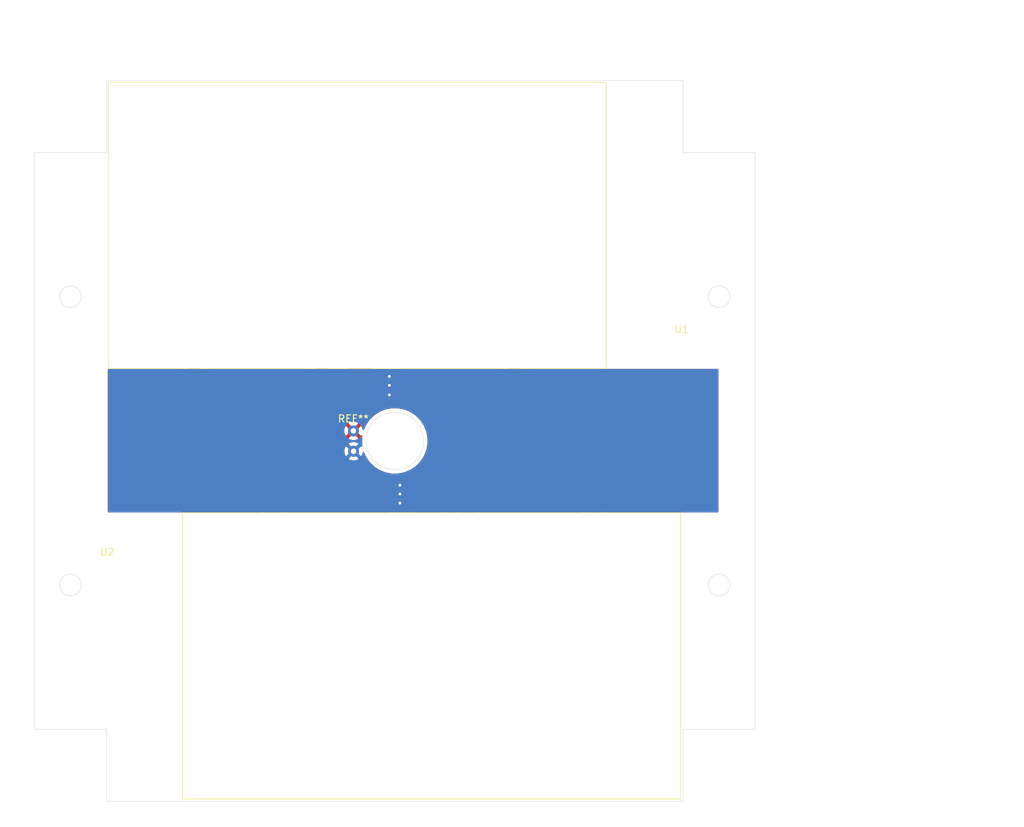
<source format=kicad_pcb>
(kicad_pcb (version 20171130) (host pcbnew "(5.1.9-0-10_14)")

  (general
    (thickness 1.6)
    (drawings 23)
    (tracks 18)
    (zones 0)
    (modules 3)
    (nets 3)
  )

  (page A4)
  (layers
    (0 F.Cu signal)
    (31 B.Cu signal)
    (32 B.Adhes user)
    (33 F.Adhes user)
    (34 B.Paste user)
    (35 F.Paste user)
    (36 B.SilkS user)
    (37 F.SilkS user)
    (38 B.Mask user)
    (39 F.Mask user)
    (40 Dwgs.User user)
    (41 Cmts.User user)
    (42 Eco1.User user)
    (43 Eco2.User user)
    (44 Edge.Cuts user)
    (45 Margin user)
    (46 B.CrtYd user)
    (47 F.CrtYd user)
    (48 B.Fab user)
    (49 F.Fab user)
  )

  (setup
    (last_trace_width 0.25)
    (user_trace_width 0.5)
    (trace_clearance 0.2)
    (zone_clearance 0.508)
    (zone_45_only no)
    (trace_min 0.2)
    (via_size 0.8)
    (via_drill 0.4)
    (via_min_size 0.4)
    (via_min_drill 0.3)
    (uvia_size 0.3)
    (uvia_drill 0.1)
    (uvias_allowed no)
    (uvia_min_size 0.2)
    (uvia_min_drill 0.1)
    (edge_width 0.05)
    (segment_width 0.2)
    (pcb_text_width 0.3)
    (pcb_text_size 1.5 1.5)
    (mod_edge_width 0.12)
    (mod_text_size 1 1)
    (mod_text_width 0.15)
    (pad_size 1.524 1.524)
    (pad_drill 0.762)
    (pad_to_mask_clearance 0)
    (aux_axis_origin 0 0)
    (visible_elements FFFFFF7F)
    (pcbplotparams
      (layerselection 0x010fc_ffffffff)
      (usegerberextensions true)
      (usegerberattributes true)
      (usegerberadvancedattributes true)
      (creategerberjobfile true)
      (excludeedgelayer true)
      (linewidth 0.100000)
      (plotframeref false)
      (viasonmask false)
      (mode 1)
      (useauxorigin false)
      (hpglpennumber 1)
      (hpglpenspeed 20)
      (hpglpendiameter 15.000000)
      (psnegative false)
      (psa4output false)
      (plotreference true)
      (plotvalue true)
      (plotinvisibletext false)
      (padsonsilk false)
      (subtractmaskfromsilk false)
      (outputformat 1)
      (mirror false)
      (drillshape 0)
      (scaleselection 1)
      (outputdirectory "OwlSat_Zbot/"))
  )

  (net 0 "")
  (net 1 "Net-(U1-Pad1)")
  (net 2 "Net-(U1-Pad2)")

  (net_class Default "This is the default net class."
    (clearance 0.2)
    (trace_width 0.25)
    (via_dia 0.8)
    (via_drill 0.4)
    (uvia_dia 0.3)
    (uvia_drill 0.1)
    (add_net "Net-(U1-Pad1)")
    (add_net "Net-(U1-Pad2)")
  )

  (module Battery:Solar-Panel_Connector_Z (layer F.Cu) (tedit 613CCA72) (tstamp 613D278A)
    (at 143.93 78.63)
    (fp_text reference REF** (at 0 0.5) (layer F.SilkS)
      (effects (font (size 1 1) (thickness 0.15)))
    )
    (fp_text value Solar-Panel_Connector_Z (at 0 -0.5) (layer F.Fab)
      (effects (font (size 1 1) (thickness 0.15)))
    )
    (pad 2 thru_hole circle (at 0.02 5.01) (size 1.524 1.524) (drill 0.762) (layers *.Cu *.Mask)
      (net 2 "Net-(U1-Pad2)"))
    (pad 1 thru_hole circle (at 0 2.18) (size 1.524 1.524) (drill 0.762) (layers *.Cu *.Mask)
      (net 1 "Net-(U1-Pad1)"))
  )

  (module Battery:Spectrolab_XTE-SF_Solar_Cell (layer F.Cu) (tedit 60EDEB11) (tstamp 611D7561)
    (at 179.01 72.15 180)
    (path /611D2A06)
    (fp_text reference U1 (at -10.47 5.44) (layer F.SilkS)
      (effects (font (size 1 1) (thickness 0.15)))
    )
    (fp_text value Spectrolab_XTE-SF_Solar_Cells (at -13.44 -5.52) (layer F.Fab)
      (effects (font (size 1 1) (thickness 0.15)))
    )
    (fp_line (start 0 39.7) (end 0 0) (layer F.SilkS) (width 0.12))
    (fp_line (start 69.1 39.7) (end 0 39.7) (layer F.SilkS) (width 0.12))
    (fp_line (start 69.1 0) (end 69.1 39.7) (layer F.SilkS) (width 0.12))
    (fp_line (start 0 0) (end 69.1 0) (layer F.SilkS) (width 0.12))
    (pad 4 smd roundrect (at 57.08 -3.5 180) (size 2.6 7) (layers F.Cu F.Paste F.Mask) (roundrect_rratio 0.25)
      (net 1 "Net-(U1-Pad1)"))
    (pad 3 smd roundrect (at 39.53 -3.5 180) (size 2.6 7) (layers F.Cu F.Paste F.Mask) (roundrect_rratio 0.25)
      (net 1 "Net-(U1-Pad1)"))
    (pad 2 smd roundrect (at 34.2 -2.62 180) (size 5 5.25) (layers F.Cu F.Paste F.Mask) (roundrect_rratio 0.25)
      (net 2 "Net-(U1-Pad2)"))
    (pad 1 smd roundrect (at 12.63 -3.5 180) (size 2.6 7) (layers F.Cu F.Paste F.Mask) (roundrect_rratio 0.25)
      (net 1 "Net-(U1-Pad1)"))
  )

  (module Battery:Spectrolab_XTE-SF_Solar_Cell (layer F.Cu) (tedit 60EDEB11) (tstamp 611D756D)
    (at 120.24 92.18)
    (path /611D1AF6)
    (fp_text reference U2 (at -10.47 5.44) (layer F.SilkS)
      (effects (font (size 1 1) (thickness 0.15)))
    )
    (fp_text value Spectrolab_XTE-SF_Solar_Cells (at -13.44 -5.52) (layer F.Fab)
      (effects (font (size 1 1) (thickness 0.15)))
    )
    (fp_line (start 0 0) (end 69.1 0) (layer F.SilkS) (width 0.12))
    (fp_line (start 69.1 0) (end 69.1 39.7) (layer F.SilkS) (width 0.12))
    (fp_line (start 69.1 39.7) (end 0 39.7) (layer F.SilkS) (width 0.12))
    (fp_line (start 0 39.7) (end 0 0) (layer F.SilkS) (width 0.12))
    (pad 1 smd roundrect (at 12.63 -3.5) (size 2.6 7) (layers F.Cu F.Paste F.Mask) (roundrect_rratio 0.25)
      (net 1 "Net-(U1-Pad1)"))
    (pad 2 smd roundrect (at 34.2 -2.62) (size 5 5.25) (layers F.Cu F.Paste F.Mask) (roundrect_rratio 0.25)
      (net 2 "Net-(U1-Pad2)"))
    (pad 3 smd roundrect (at 39.53 -3.5) (size 2.6 7) (layers F.Cu F.Paste F.Mask) (roundrect_rratio 0.25)
      (net 1 "Net-(U1-Pad1)"))
    (pad 4 smd roundrect (at 57.08 -3.5) (size 2.6 7) (layers F.Cu F.Paste F.Mask) (roundrect_rratio 0.25)
      (net 1 "Net-(U1-Pad1)"))
  )

  (gr_circle (center 194.67 102.2) (end 196.17 102.2) (layer Edge.Cuts) (width 0.05))
  (gr_circle (center 194.67 62.2) (end 196.17 62.2) (layer Edge.Cuts) (width 0.05))
  (gr_circle (center 104.67 62.2) (end 106.17 62.2) (layer Edge.Cuts) (width 0.05))
  (gr_circle (center 149.67 82.2) (end 153.67 82.2) (layer Edge.Cuts) (width 0.05))
  (dimension 40 (width 0.15) (layer Dwgs.User)
    (gr_text "40.000 mm" (at 129.67 21.72) (layer Dwgs.User)
      (effects (font (size 1 1) (thickness 0.15)))
    )
    (feature1 (pts (xy 149.67 132.2) (xy 149.67 22.433579)))
    (feature2 (pts (xy 109.67 132.2) (xy 109.67 22.433579)))
    (crossbar (pts (xy 109.67 23.02) (xy 149.67 23.02)))
    (arrow1a (pts (xy 149.67 23.02) (xy 148.543496 23.606421)))
    (arrow1b (pts (xy 149.67 23.02) (xy 148.543496 22.433579)))
    (arrow2a (pts (xy 109.67 23.02) (xy 110.796504 23.606421)))
    (arrow2b (pts (xy 109.67 23.02) (xy 110.796504 22.433579)))
  )
  (dimension 40 (width 0.15) (layer Dwgs.User)
    (gr_text "40.000 mm" (at 235.62 62.2 270) (layer Dwgs.User)
      (effects (font (size 1 1) (thickness 0.15)))
    )
    (feature1 (pts (xy 99.67 82.2) (xy 234.906421 82.2)))
    (feature2 (pts (xy 99.67 42.2) (xy 234.906421 42.2)))
    (crossbar (pts (xy 234.32 42.2) (xy 234.32 82.2)))
    (arrow1a (pts (xy 234.32 82.2) (xy 233.733579 81.073496)))
    (arrow1b (pts (xy 234.32 82.2) (xy 234.906421 81.073496)))
    (arrow2a (pts (xy 234.32 42.2) (xy 233.733579 43.326504)))
    (arrow2b (pts (xy 234.32 42.2) (xy 234.906421 43.326504)))
  )
  (gr_circle (center 104.67 102.2) (end 106.17 102.2) (layer Edge.Cuts) (width 0.05))
  (dimension 20 (width 0.15) (layer Dwgs.User)
    (gr_text "20.000 mm" (at 213.76 52.2 270) (layer Dwgs.User)
      (effects (font (size 1 1) (thickness 0.15)))
    )
    (feature1 (pts (xy 99.67 62.2) (xy 213.046421 62.2)))
    (feature2 (pts (xy 99.67 42.2) (xy 213.046421 42.2)))
    (crossbar (pts (xy 212.46 42.2) (xy 212.46 62.2)))
    (arrow1a (pts (xy 212.46 62.2) (xy 211.873579 61.073496)))
    (arrow1b (pts (xy 212.46 62.2) (xy 213.046421 61.073496)))
    (arrow2a (pts (xy 212.46 42.2) (xy 211.873579 43.326504)))
    (arrow2b (pts (xy 212.46 42.2) (xy 213.046421 43.326504)))
  )
  (dimension 20 (width 0.15) (layer Dwgs.User)
    (gr_text "20.000 mm" (at 223.57 112.2 90) (layer Dwgs.User)
      (effects (font (size 1 1) (thickness 0.15)))
    )
    (feature1 (pts (xy 99.67 102.2) (xy 222.856421 102.2)))
    (feature2 (pts (xy 99.67 122.2) (xy 222.856421 122.2)))
    (crossbar (pts (xy 222.27 122.2) (xy 222.27 102.2)))
    (arrow1a (pts (xy 222.27 102.2) (xy 222.856421 103.326504)))
    (arrow1b (pts (xy 222.27 102.2) (xy 221.683579 103.326504)))
    (arrow2a (pts (xy 222.27 122.2) (xy 222.856421 121.073496)))
    (arrow2b (pts (xy 222.27 122.2) (xy 221.683579 121.073496)))
  )
  (dimension 5 (width 0.15) (layer Dwgs.User)
    (gr_text "5.000 mm" (at 197.17 136.41) (layer Dwgs.User)
      (effects (font (size 1 1) (thickness 0.15)))
    )
    (feature1 (pts (xy 194.67 42.2) (xy 194.67 135.696421)))
    (feature2 (pts (xy 199.67 42.2) (xy 199.67 135.696421)))
    (crossbar (pts (xy 199.67 135.11) (xy 194.67 135.11)))
    (arrow1a (pts (xy 194.67 135.11) (xy 195.796504 134.523579)))
    (arrow1b (pts (xy 194.67 135.11) (xy 195.796504 135.696421)))
    (arrow2a (pts (xy 199.67 135.11) (xy 198.543496 134.523579)))
    (arrow2b (pts (xy 199.67 135.11) (xy 198.543496 135.696421)))
  )
  (dimension 5 (width 0.15) (layer Dwgs.User)
    (gr_text "5.000 mm" (at 102.17 135.74) (layer Dwgs.User)
      (effects (font (size 1 1) (thickness 0.15)))
    )
    (feature1 (pts (xy 104.67 42.2) (xy 104.67 135.026421)))
    (feature2 (pts (xy 99.67 42.2) (xy 99.67 135.026421)))
    (crossbar (pts (xy 99.67 134.44) (xy 104.67 134.44)))
    (arrow1a (pts (xy 104.67 134.44) (xy 103.543496 135.026421)))
    (arrow1b (pts (xy 104.67 134.44) (xy 103.543496 133.853579)))
    (arrow2a (pts (xy 99.67 134.44) (xy 100.796504 135.026421)))
    (arrow2b (pts (xy 99.67 134.44) (xy 100.796504 133.853579)))
  )
  (gr_line (start 109.67 42.2) (end 109.67 32.2) (layer Edge.Cuts) (width 0.05) (tstamp 611D7652))
  (gr_line (start 99.67 42.2) (end 109.67 42.2) (layer Edge.Cuts) (width 0.05))
  (gr_line (start 99.67 122.2) (end 99.67 42.2) (layer Edge.Cuts) (width 0.05))
  (gr_line (start 109.67 122.2) (end 99.67 122.2) (layer Edge.Cuts) (width 0.05))
  (gr_line (start 109.67 132.2) (end 109.67 122.2) (layer Edge.Cuts) (width 0.05))
  (gr_line (start 189.67 132.2) (end 109.67 132.2) (layer Edge.Cuts) (width 0.05))
  (gr_line (start 189.67 122.2) (end 189.67 132.2) (layer Edge.Cuts) (width 0.05))
  (gr_line (start 199.67 122.2) (end 189.67 122.2) (layer Edge.Cuts) (width 0.05))
  (gr_line (start 199.67 42.2) (end 199.67 122.2) (layer Edge.Cuts) (width 0.05))
  (gr_line (start 189.67 42.2) (end 199.67 42.2) (layer Edge.Cuts) (width 0.05))
  (gr_line (start 189.67 32.2) (end 189.67 42.2) (layer Edge.Cuts) (width 0.05))
  (gr_line (start 109.67 32.2) (end 189.67 32.2) (layer Edge.Cuts) (width 0.05))

  (via (at 148.91 73.26) (size 0.8) (drill 0.4) (layers F.Cu B.Cu) (net 2))
  (via (at 148.92 74.49) (size 0.8) (drill 0.4) (layers F.Cu B.Cu) (net 2))
  (via (at 148.92 75.82) (size 0.8) (drill 0.4) (layers F.Cu B.Cu) (net 2))
  (via (at 150.37 88.35) (size 0.8) (drill 0.4) (layers F.Cu B.Cu) (net 2))
  (via (at 150.38 89.57) (size 0.8) (drill 0.4) (layers F.Cu B.Cu) (net 2))
  (via (at 150.38 90.83) (size 0.8) (drill 0.4) (layers F.Cu B.Cu) (net 2))
  (segment (start 153.23 88.35) (end 154.44 89.56) (width 0.5) (layer F.Cu) (net 2))
  (segment (start 150.37 88.35) (end 153.23 88.35) (width 0.5) (layer F.Cu) (net 2))
  (segment (start 154.43 89.57) (end 154.44 89.56) (width 0.5) (layer F.Cu) (net 2))
  (segment (start 150.38 89.57) (end 154.43 89.57) (width 0.5) (layer F.Cu) (net 2))
  (segment (start 153.17 90.83) (end 154.44 89.56) (width 0.5) (layer F.Cu) (net 2))
  (segment (start 150.38 90.83) (end 153.17 90.83) (width 0.5) (layer F.Cu) (net 2))
  (segment (start 146.32 73.26) (end 144.81 74.77) (width 0.5) (layer F.Cu) (net 2))
  (segment (start 148.91 73.26) (end 146.32 73.26) (width 0.5) (layer F.Cu) (net 2))
  (segment (start 145.09 74.49) (end 144.81 74.77) (width 0.5) (layer F.Cu) (net 2))
  (segment (start 148.92 74.49) (end 145.09 74.49) (width 0.5) (layer F.Cu) (net 2))
  (segment (start 145.86 75.82) (end 144.81 74.77) (width 0.5) (layer F.Cu) (net 2))
  (segment (start 148.92 75.82) (end 145.86 75.82) (width 0.5) (layer F.Cu) (net 2))

  (zone (net 0) (net_name "") (layer F.Cu) (tstamp 0) (hatch edge 0.508)
    (connect_pads (clearance 0.508))
    (min_thickness 0.254)
    (keepout (tracks allowed) (vias allowed) (copperpour not_allowed))
    (fill (arc_segments 32) (thermal_gap 0.508) (thermal_bridge_width 0.508))
    (polygon
      (pts
        (xy 152.03 92.12) (xy 148.84 92.12) (xy 148.84 87.28) (xy 152.03 87.28)
      )
    )
  )
  (zone (net 0) (net_name "") (layer F.Cu) (tstamp 0) (hatch edge 0.508)
    (connect_pads (clearance 0.508))
    (min_thickness 0.254)
    (keepout (tracks allowed) (vias allowed) (copperpour not_allowed))
    (fill (arc_segments 32) (thermal_gap 0.508) (thermal_bridge_width 0.508))
    (polygon
      (pts
        (xy 150.32 76.9) (xy 147.29 76.9) (xy 147.29 72.21) (xy 150.32 72.21)
      )
    )
  )
  (zone (net 1) (net_name "Net-(U1-Pad1)") (layer F.Cu) (tstamp 613CD042) (hatch edge 0.508)
    (connect_pads (clearance 0.508))
    (min_thickness 0.254)
    (fill yes (arc_segments 32) (thermal_gap 0.508) (thermal_bridge_width 0.508))
    (polygon
      (pts
        (xy 194.59 92.12) (xy 109.85 92.12) (xy 109.85 72.21) (xy 194.59 72.21)
      )
    )
    (filled_polygon
      (pts
        (xy 119.995 75.36425) (xy 120.15375 75.523) (xy 121.803 75.523) (xy 121.803 75.503) (xy 122.057 75.503)
        (xy 122.057 75.523) (xy 123.70625 75.523) (xy 123.865 75.36425) (xy 123.867893 72.337) (xy 137.542107 72.337)
        (xy 137.545 75.36425) (xy 137.70375 75.523) (xy 139.353 75.523) (xy 139.353 75.503) (xy 139.607 75.503)
        (xy 139.607 75.523) (xy 141.25625 75.523) (xy 141.415 75.36425) (xy 141.417893 72.337) (xy 141.997547 72.337)
        (xy 141.990126 72.346043) (xy 141.815649 72.672466) (xy 141.708207 73.026655) (xy 141.671928 73.395) (xy 141.671928 76.145)
        (xy 141.708207 76.513345) (xy 141.815649 76.867534) (xy 141.990126 77.193957) (xy 142.224931 77.480069) (xy 142.511043 77.714874)
        (xy 142.837466 77.889351) (xy 143.191655 77.996793) (xy 143.56 78.033072) (xy 146.06 78.033072) (xy 146.428345 77.996793)
        (xy 146.782534 77.889351) (xy 147.108957 77.714874) (xy 147.395069 77.480069) (xy 147.629874 77.193957) (xy 147.719115 77.027)
        (xy 150.32 77.027) (xy 150.344776 77.02456) (xy 150.368601 77.017333) (xy 150.390557 77.005597) (xy 150.409803 76.989803)
        (xy 150.425597 76.970557) (xy 150.437333 76.948601) (xy 150.44456 76.924776) (xy 150.447 76.9) (xy 150.447 72.337)
        (xy 164.442107 72.337) (xy 164.445 75.36425) (xy 164.60375 75.523) (xy 166.253 75.523) (xy 166.253 75.503)
        (xy 166.507 75.503) (xy 166.507 75.523) (xy 168.15625 75.523) (xy 168.315 75.36425) (xy 168.317893 72.337)
        (xy 194.463 72.337) (xy 194.463 91.993) (xy 179.257893 91.993) (xy 179.255 88.96575) (xy 179.09625 88.807)
        (xy 177.447 88.807) (xy 177.447 88.827) (xy 177.193 88.827) (xy 177.193 88.807) (xy 175.54375 88.807)
        (xy 175.385 88.96575) (xy 175.382107 91.993) (xy 161.707893 91.993) (xy 161.705 88.96575) (xy 161.54625 88.807)
        (xy 159.897 88.807) (xy 159.897 88.827) (xy 159.643 88.827) (xy 159.643 88.807) (xy 157.99375 88.807)
        (xy 157.835 88.96575) (xy 157.832107 91.993) (xy 157.252453 91.993) (xy 157.259874 91.983957) (xy 157.434351 91.657534)
        (xy 157.541793 91.303345) (xy 157.578072 90.935) (xy 157.578072 88.185) (xy 157.541793 87.816655) (xy 157.434351 87.462466)
        (xy 157.259874 87.136043) (xy 157.025069 86.849931) (xy 156.738957 86.615126) (xy 156.412534 86.440649) (xy 156.058345 86.333207)
        (xy 155.69 86.296928) (xy 153.19 86.296928) (xy 152.821655 86.333207) (xy 152.467466 86.440649) (xy 152.141043 86.615126)
        (xy 151.854931 86.849931) (xy 151.620126 87.136043) (xy 151.611062 87.153) (xy 148.84 87.153) (xy 148.815224 87.15544)
        (xy 148.791399 87.162667) (xy 148.769443 87.174403) (xy 148.750197 87.190197) (xy 148.734403 87.209443) (xy 148.722667 87.231399)
        (xy 148.71544 87.255224) (xy 148.713 87.28) (xy 148.713 91.993) (xy 134.807893 91.993) (xy 134.805 88.96575)
        (xy 134.64625 88.807) (xy 132.997 88.807) (xy 132.997 88.827) (xy 132.743 88.827) (xy 132.743 88.807)
        (xy 131.09375 88.807) (xy 130.935 88.96575) (xy 130.932107 91.993) (xy 109.977 91.993) (xy 109.977 85.18)
        (xy 130.931928 85.18) (xy 130.935 88.39425) (xy 131.09375 88.553) (xy 132.743 88.553) (xy 132.743 84.70375)
        (xy 132.997 84.70375) (xy 132.997 88.553) (xy 134.64625 88.553) (xy 134.805 88.39425) (xy 134.808072 85.18)
        (xy 134.795812 85.055518) (xy 134.759502 84.93582) (xy 134.700537 84.825506) (xy 134.621185 84.728815) (xy 134.524494 84.649463)
        (xy 134.41418 84.590498) (xy 134.294482 84.554188) (xy 134.17 84.541928) (xy 133.15575 84.545) (xy 132.997 84.70375)
        (xy 132.743 84.70375) (xy 132.58425 84.545) (xy 131.57 84.541928) (xy 131.445518 84.554188) (xy 131.32582 84.590498)
        (xy 131.215506 84.649463) (xy 131.118815 84.728815) (xy 131.039463 84.825506) (xy 130.980498 84.93582) (xy 130.944188 85.055518)
        (xy 130.931928 85.18) (xy 109.977 85.18) (xy 109.977 83.502408) (xy 142.553 83.502408) (xy 142.553 83.777592)
        (xy 142.606686 84.04749) (xy 142.711995 84.301727) (xy 142.86488 84.530535) (xy 143.059465 84.72512) (xy 143.288273 84.878005)
        (xy 143.54251 84.983314) (xy 143.812408 85.037) (xy 144.087592 85.037) (xy 144.35749 84.983314) (xy 144.611727 84.878005)
        (xy 144.840535 84.72512) (xy 145.03512 84.530535) (xy 145.188005 84.301727) (xy 145.293314 84.04749) (xy 145.325996 83.883188)
        (xy 145.542608 84.406137) (xy 146.052311 85.168961) (xy 146.701039 85.817689) (xy 147.463863 86.327392) (xy 148.311468 86.678481)
        (xy 149.21128 86.857465) (xy 150.12872 86.857465) (xy 151.028532 86.678481) (xy 151.876137 86.327392) (xy 152.638961 85.817689)
        (xy 153.27665 85.18) (xy 157.831928 85.18) (xy 157.835 88.39425) (xy 157.99375 88.553) (xy 159.643 88.553)
        (xy 159.643 84.70375) (xy 159.897 84.70375) (xy 159.897 88.553) (xy 161.54625 88.553) (xy 161.705 88.39425)
        (xy 161.708072 85.18) (xy 175.381928 85.18) (xy 175.385 88.39425) (xy 175.54375 88.553) (xy 177.193 88.553)
        (xy 177.193 84.70375) (xy 177.447 84.70375) (xy 177.447 88.553) (xy 179.09625 88.553) (xy 179.255 88.39425)
        (xy 179.258072 85.18) (xy 179.245812 85.055518) (xy 179.209502 84.93582) (xy 179.150537 84.825506) (xy 179.071185 84.728815)
        (xy 178.974494 84.649463) (xy 178.86418 84.590498) (xy 178.744482 84.554188) (xy 178.62 84.541928) (xy 177.60575 84.545)
        (xy 177.447 84.70375) (xy 177.193 84.70375) (xy 177.03425 84.545) (xy 176.02 84.541928) (xy 175.895518 84.554188)
        (xy 175.77582 84.590498) (xy 175.665506 84.649463) (xy 175.568815 84.728815) (xy 175.489463 84.825506) (xy 175.430498 84.93582)
        (xy 175.394188 85.055518) (xy 175.381928 85.18) (xy 161.708072 85.18) (xy 161.695812 85.055518) (xy 161.659502 84.93582)
        (xy 161.600537 84.825506) (xy 161.521185 84.728815) (xy 161.424494 84.649463) (xy 161.31418 84.590498) (xy 161.194482 84.554188)
        (xy 161.07 84.541928) (xy 160.05575 84.545) (xy 159.897 84.70375) (xy 159.643 84.70375) (xy 159.48425 84.545)
        (xy 158.47 84.541928) (xy 158.345518 84.554188) (xy 158.22582 84.590498) (xy 158.115506 84.649463) (xy 158.018815 84.728815)
        (xy 157.939463 84.825506) (xy 157.880498 84.93582) (xy 157.844188 85.055518) (xy 157.831928 85.18) (xy 153.27665 85.18)
        (xy 153.287689 85.168961) (xy 153.797392 84.406137) (xy 154.148481 83.558532) (xy 154.327465 82.65872) (xy 154.327465 81.74128)
        (xy 154.148481 80.841468) (xy 153.797392 79.993863) (xy 153.287689 79.231039) (xy 153.20665 79.15) (xy 164.441928 79.15)
        (xy 164.454188 79.274482) (xy 164.490498 79.39418) (xy 164.549463 79.504494) (xy 164.628815 79.601185) (xy 164.725506 79.680537)
        (xy 164.83582 79.739502) (xy 164.955518 79.775812) (xy 165.08 79.788072) (xy 166.09425 79.785) (xy 166.253 79.62625)
        (xy 166.253 75.777) (xy 166.507 75.777) (xy 166.507 79.62625) (xy 166.66575 79.785) (xy 167.68 79.788072)
        (xy 167.804482 79.775812) (xy 167.92418 79.739502) (xy 168.034494 79.680537) (xy 168.131185 79.601185) (xy 168.210537 79.504494)
        (xy 168.269502 79.39418) (xy 168.305812 79.274482) (xy 168.318072 79.15) (xy 168.315 75.93575) (xy 168.15625 75.777)
        (xy 166.507 75.777) (xy 166.253 75.777) (xy 164.60375 75.777) (xy 164.445 75.93575) (xy 164.441928 79.15)
        (xy 153.20665 79.15) (xy 152.638961 78.582311) (xy 151.876137 78.072608) (xy 151.028532 77.721519) (xy 150.12872 77.542535)
        (xy 149.21128 77.542535) (xy 148.311468 77.721519) (xy 147.463863 78.072608) (xy 146.701039 78.582311) (xy 146.052311 79.231039)
        (xy 145.542608 79.993863) (xy 145.305903 80.565321) (xy 145.290922 80.465867) (xy 145.197636 80.206977) (xy 145.135656 80.09102)
        (xy 144.895565 80.02404) (xy 144.109605 80.81) (xy 144.895565 81.59596) (xy 145.050012 81.552873) (xy 145.012535 81.74128)
        (xy 145.012535 82.65872) (xy 145.029459 82.743804) (xy 144.840535 82.55488) (xy 144.611727 82.401995) (xy 144.35749 82.296686)
        (xy 144.087592 82.243) (xy 143.812408 82.243) (xy 143.54251 82.296686) (xy 143.288273 82.401995) (xy 143.059465 82.55488)
        (xy 142.86488 82.749465) (xy 142.711995 82.978273) (xy 142.606686 83.23251) (xy 142.553 83.502408) (xy 109.977 83.502408)
        (xy 109.977 81.775565) (xy 143.14404 81.775565) (xy 143.21102 82.015656) (xy 143.460048 82.132756) (xy 143.727135 82.199023)
        (xy 144.002017 82.21191) (xy 144.274133 82.170922) (xy 144.533023 82.077636) (xy 144.64898 82.015656) (xy 144.71596 81.775565)
        (xy 143.93 80.989605) (xy 143.14404 81.775565) (xy 109.977 81.775565) (xy 109.977 80.882017) (xy 142.52809 80.882017)
        (xy 142.569078 81.154133) (xy 142.662364 81.413023) (xy 142.724344 81.52898) (xy 142.964435 81.59596) (xy 143.750395 80.81)
        (xy 142.964435 80.02404) (xy 142.724344 80.09102) (xy 142.607244 80.340048) (xy 142.540977 80.607135) (xy 142.52809 80.882017)
        (xy 109.977 80.882017) (xy 109.977 79.844435) (xy 143.14404 79.844435) (xy 143.93 80.630395) (xy 144.71596 79.844435)
        (xy 144.64898 79.604344) (xy 144.399952 79.487244) (xy 144.132865 79.420977) (xy 143.857983 79.40809) (xy 143.585867 79.449078)
        (xy 143.326977 79.542364) (xy 143.21102 79.604344) (xy 143.14404 79.844435) (xy 109.977 79.844435) (xy 109.977 79.15)
        (xy 119.991928 79.15) (xy 120.004188 79.274482) (xy 120.040498 79.39418) (xy 120.099463 79.504494) (xy 120.178815 79.601185)
        (xy 120.275506 79.680537) (xy 120.38582 79.739502) (xy 120.505518 79.775812) (xy 120.63 79.788072) (xy 121.64425 79.785)
        (xy 121.803 79.62625) (xy 121.803 75.777) (xy 122.057 75.777) (xy 122.057 79.62625) (xy 122.21575 79.785)
        (xy 123.23 79.788072) (xy 123.354482 79.775812) (xy 123.47418 79.739502) (xy 123.584494 79.680537) (xy 123.681185 79.601185)
        (xy 123.760537 79.504494) (xy 123.819502 79.39418) (xy 123.855812 79.274482) (xy 123.868072 79.15) (xy 137.541928 79.15)
        (xy 137.554188 79.274482) (xy 137.590498 79.39418) (xy 137.649463 79.504494) (xy 137.728815 79.601185) (xy 137.825506 79.680537)
        (xy 137.93582 79.739502) (xy 138.055518 79.775812) (xy 138.18 79.788072) (xy 139.19425 79.785) (xy 139.353 79.62625)
        (xy 139.353 75.777) (xy 139.607 75.777) (xy 139.607 79.62625) (xy 139.76575 79.785) (xy 140.78 79.788072)
        (xy 140.904482 79.775812) (xy 141.02418 79.739502) (xy 141.134494 79.680537) (xy 141.231185 79.601185) (xy 141.310537 79.504494)
        (xy 141.369502 79.39418) (xy 141.405812 79.274482) (xy 141.418072 79.15) (xy 141.415 75.93575) (xy 141.25625 75.777)
        (xy 139.607 75.777) (xy 139.353 75.777) (xy 137.70375 75.777) (xy 137.545 75.93575) (xy 137.541928 79.15)
        (xy 123.868072 79.15) (xy 123.865 75.93575) (xy 123.70625 75.777) (xy 122.057 75.777) (xy 121.803 75.777)
        (xy 120.15375 75.777) (xy 119.995 75.93575) (xy 119.991928 79.15) (xy 109.977 79.15) (xy 109.977 72.337)
        (xy 119.992107 72.337)
      )
    )
  )
  (zone (net 2) (net_name "Net-(U1-Pad2)") (layer B.Cu) (tstamp 613CD03F) (hatch edge 0.508)
    (connect_pads (clearance 0.508))
    (min_thickness 0.254)
    (fill yes (arc_segments 32) (thermal_gap 0.508) (thermal_bridge_width 0.508))
    (polygon
      (pts
        (xy 194.59 92.12) (xy 109.85 92.12) (xy 109.85 72.21) (xy 194.59 72.21)
      )
    )
    (filled_polygon
      (pts
        (xy 194.463 91.993) (xy 109.977 91.993) (xy 109.977 84.605565) (xy 143.16404 84.605565) (xy 143.23102 84.845656)
        (xy 143.480048 84.962756) (xy 143.747135 85.029023) (xy 144.022017 85.04191) (xy 144.294133 85.000922) (xy 144.553023 84.907636)
        (xy 144.66898 84.845656) (xy 144.73596 84.605565) (xy 143.95 83.819605) (xy 143.16404 84.605565) (xy 109.977 84.605565)
        (xy 109.977 83.712017) (xy 142.54809 83.712017) (xy 142.589078 83.984133) (xy 142.682364 84.243023) (xy 142.744344 84.35898)
        (xy 142.984435 84.42596) (xy 143.770395 83.64) (xy 142.984435 82.85404) (xy 142.744344 82.92102) (xy 142.627244 83.170048)
        (xy 142.560977 83.437135) (xy 142.54809 83.712017) (xy 109.977 83.712017) (xy 109.977 82.674435) (xy 143.16404 82.674435)
        (xy 143.95 83.460395) (xy 144.73596 82.674435) (xy 144.66898 82.434344) (xy 144.419952 82.317244) (xy 144.152865 82.250977)
        (xy 143.877983 82.23809) (xy 143.605867 82.279078) (xy 143.346977 82.372364) (xy 143.23102 82.434344) (xy 143.16404 82.674435)
        (xy 109.977 82.674435) (xy 109.977 80.672408) (xy 142.533 80.672408) (xy 142.533 80.947592) (xy 142.586686 81.21749)
        (xy 142.691995 81.471727) (xy 142.84488 81.700535) (xy 143.039465 81.89512) (xy 143.268273 82.048005) (xy 143.52251 82.153314)
        (xy 143.792408 82.207) (xy 144.067592 82.207) (xy 144.33749 82.153314) (xy 144.591727 82.048005) (xy 144.820535 81.89512)
        (xy 145.01512 81.700535) (xy 145.022979 81.688773) (xy 145.012535 81.74128) (xy 145.012535 82.65872) (xy 145.059366 82.894157)
        (xy 144.915565 82.85404) (xy 144.129605 83.64) (xy 144.915565 84.42596) (xy 145.155656 84.35898) (xy 145.272756 84.109952)
        (xy 145.327886 83.887752) (xy 145.542608 84.406137) (xy 146.052311 85.168961) (xy 146.701039 85.817689) (xy 147.463863 86.327392)
        (xy 148.311468 86.678481) (xy 149.21128 86.857465) (xy 150.12872 86.857465) (xy 151.028532 86.678481) (xy 151.876137 86.327392)
        (xy 152.638961 85.817689) (xy 153.287689 85.168961) (xy 153.797392 84.406137) (xy 154.148481 83.558532) (xy 154.327465 82.65872)
        (xy 154.327465 81.74128) (xy 154.148481 80.841468) (xy 153.797392 79.993863) (xy 153.287689 79.231039) (xy 152.638961 78.582311)
        (xy 151.876137 78.072608) (xy 151.028532 77.721519) (xy 150.12872 77.542535) (xy 149.21128 77.542535) (xy 148.311468 77.721519)
        (xy 147.463863 78.072608) (xy 146.701039 78.582311) (xy 146.052311 79.231039) (xy 145.542608 79.993863) (xy 145.305765 80.565653)
        (xy 145.273314 80.40251) (xy 145.168005 80.148273) (xy 145.01512 79.919465) (xy 144.820535 79.72488) (xy 144.591727 79.571995)
        (xy 144.33749 79.466686) (xy 144.067592 79.413) (xy 143.792408 79.413) (xy 143.52251 79.466686) (xy 143.268273 79.571995)
        (xy 143.039465 79.72488) (xy 142.84488 79.919465) (xy 142.691995 80.148273) (xy 142.586686 80.40251) (xy 142.533 80.672408)
        (xy 109.977 80.672408) (xy 109.977 72.337) (xy 194.463 72.337)
      )
    )
  )
)

</source>
